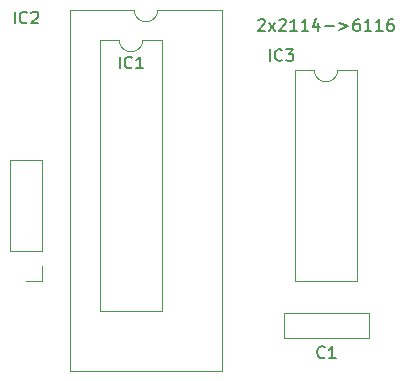
<source format=gbr>
G04 #@! TF.GenerationSoftware,KiCad,Pcbnew,(5.1.4)-1*
G04 #@! TF.CreationDate,2020-10-11T13:25:07+02:00*
G04 #@! TF.ProjectId,ram-adapter,72616d2d-6164-4617-9074-65722e6b6963,rev?*
G04 #@! TF.SameCoordinates,Original*
G04 #@! TF.FileFunction,Legend,Top*
G04 #@! TF.FilePolarity,Positive*
%FSLAX46Y46*%
G04 Gerber Fmt 4.6, Leading zero omitted, Abs format (unit mm)*
G04 Created by KiCad (PCBNEW (5.1.4)-1) date 2020-10-11 13:25:07*
%MOMM*%
%LPD*%
G04 APERTURE LIST*
%ADD10C,0.200000*%
%ADD11C,0.120000*%
%ADD12C,0.150000*%
G04 APERTURE END LIST*
D10*
X116181904Y-54157619D02*
X116229523Y-54110000D01*
X116324761Y-54062380D01*
X116562857Y-54062380D01*
X116658095Y-54110000D01*
X116705714Y-54157619D01*
X116753333Y-54252857D01*
X116753333Y-54348095D01*
X116705714Y-54490952D01*
X116134285Y-55062380D01*
X116753333Y-55062380D01*
X117086666Y-55062380D02*
X117610476Y-54395714D01*
X117086666Y-54395714D02*
X117610476Y-55062380D01*
X117943809Y-54157619D02*
X117991428Y-54110000D01*
X118086666Y-54062380D01*
X118324761Y-54062380D01*
X118420000Y-54110000D01*
X118467619Y-54157619D01*
X118515238Y-54252857D01*
X118515238Y-54348095D01*
X118467619Y-54490952D01*
X117896190Y-55062380D01*
X118515238Y-55062380D01*
X119467619Y-55062380D02*
X118896190Y-55062380D01*
X119181904Y-55062380D02*
X119181904Y-54062380D01*
X119086666Y-54205238D01*
X118991428Y-54300476D01*
X118896190Y-54348095D01*
X120420000Y-55062380D02*
X119848571Y-55062380D01*
X120134285Y-55062380D02*
X120134285Y-54062380D01*
X120039047Y-54205238D01*
X119943809Y-54300476D01*
X119848571Y-54348095D01*
X121277142Y-54395714D02*
X121277142Y-55062380D01*
X121039047Y-54014761D02*
X120800952Y-54729047D01*
X121420000Y-54729047D01*
X121800952Y-54681428D02*
X122562857Y-54681428D01*
X123039047Y-54395714D02*
X123800952Y-54681428D01*
X123039047Y-54967142D01*
X124705714Y-54062380D02*
X124515238Y-54062380D01*
X124420000Y-54110000D01*
X124372380Y-54157619D01*
X124277142Y-54300476D01*
X124229523Y-54490952D01*
X124229523Y-54871904D01*
X124277142Y-54967142D01*
X124324761Y-55014761D01*
X124420000Y-55062380D01*
X124610476Y-55062380D01*
X124705714Y-55014761D01*
X124753333Y-54967142D01*
X124800952Y-54871904D01*
X124800952Y-54633809D01*
X124753333Y-54538571D01*
X124705714Y-54490952D01*
X124610476Y-54443333D01*
X124420000Y-54443333D01*
X124324761Y-54490952D01*
X124277142Y-54538571D01*
X124229523Y-54633809D01*
X125753333Y-55062380D02*
X125181904Y-55062380D01*
X125467619Y-55062380D02*
X125467619Y-54062380D01*
X125372380Y-54205238D01*
X125277142Y-54300476D01*
X125181904Y-54348095D01*
X126705714Y-55062380D02*
X126134285Y-55062380D01*
X126420000Y-55062380D02*
X126420000Y-54062380D01*
X126324761Y-54205238D01*
X126229523Y-54300476D01*
X126134285Y-54348095D01*
X127562857Y-54062380D02*
X127372380Y-54062380D01*
X127277142Y-54110000D01*
X127229523Y-54157619D01*
X127134285Y-54300476D01*
X127086666Y-54490952D01*
X127086666Y-54871904D01*
X127134285Y-54967142D01*
X127181904Y-55014761D01*
X127277142Y-55062380D01*
X127467619Y-55062380D01*
X127562857Y-55014761D01*
X127610476Y-54967142D01*
X127658095Y-54871904D01*
X127658095Y-54633809D01*
X127610476Y-54538571D01*
X127562857Y-54490952D01*
X127467619Y-54443333D01*
X127277142Y-54443333D01*
X127181904Y-54490952D01*
X127134285Y-54538571D01*
X127086666Y-54633809D01*
D11*
X113140000Y-53280000D02*
X107680000Y-53280000D01*
X113140000Y-83880000D02*
X113140000Y-53280000D01*
X100220000Y-83880000D02*
X113140000Y-83880000D01*
X100220000Y-53280000D02*
X100220000Y-83880000D01*
X105680000Y-53280000D02*
X100220000Y-53280000D01*
X107680000Y-53280000D02*
G75*
G02X105680000Y-53280000I-1000000J0D01*
G01*
X118400000Y-81070000D02*
X118400000Y-78950000D01*
X125520000Y-81070000D02*
X125520000Y-78950000D01*
X125520000Y-78950000D02*
X118400000Y-78950000D01*
X125520000Y-81070000D02*
X118400000Y-81070000D01*
X97850000Y-76260000D02*
X96520000Y-76260000D01*
X97850000Y-74930000D02*
X97850000Y-76260000D01*
X97850000Y-73660000D02*
X95190000Y-73660000D01*
X95190000Y-73660000D02*
X95190000Y-65980000D01*
X97850000Y-73660000D02*
X97850000Y-65980000D01*
X97850000Y-65980000D02*
X95190000Y-65980000D01*
X108060000Y-55820000D02*
X106410000Y-55820000D01*
X108060000Y-78800000D02*
X108060000Y-55820000D01*
X102760000Y-78800000D02*
X108060000Y-78800000D01*
X102760000Y-55820000D02*
X102760000Y-78800000D01*
X104410000Y-55820000D02*
X102760000Y-55820000D01*
X106410000Y-55820000D02*
G75*
G02X104410000Y-55820000I-1000000J0D01*
G01*
X124570000Y-58360000D02*
X122920000Y-58360000D01*
X124570000Y-76260000D02*
X124570000Y-58360000D01*
X119270000Y-76260000D02*
X124570000Y-76260000D01*
X119270000Y-58360000D02*
X119270000Y-76260000D01*
X120920000Y-58360000D02*
X119270000Y-58360000D01*
X122920000Y-58360000D02*
G75*
G02X120920000Y-58360000I-1000000J0D01*
G01*
D12*
X95543809Y-54427380D02*
X95543809Y-53427380D01*
X96591428Y-54332142D02*
X96543809Y-54379761D01*
X96400952Y-54427380D01*
X96305714Y-54427380D01*
X96162857Y-54379761D01*
X96067619Y-54284523D01*
X96020000Y-54189285D01*
X95972380Y-53998809D01*
X95972380Y-53855952D01*
X96020000Y-53665476D01*
X96067619Y-53570238D01*
X96162857Y-53475000D01*
X96305714Y-53427380D01*
X96400952Y-53427380D01*
X96543809Y-53475000D01*
X96591428Y-53522619D01*
X96972380Y-53522619D02*
X97020000Y-53475000D01*
X97115238Y-53427380D01*
X97353333Y-53427380D01*
X97448571Y-53475000D01*
X97496190Y-53522619D01*
X97543809Y-53617857D01*
X97543809Y-53713095D01*
X97496190Y-53855952D01*
X96924761Y-54427380D01*
X97543809Y-54427380D01*
X121793333Y-82677142D02*
X121745714Y-82724761D01*
X121602857Y-82772380D01*
X121507619Y-82772380D01*
X121364761Y-82724761D01*
X121269523Y-82629523D01*
X121221904Y-82534285D01*
X121174285Y-82343809D01*
X121174285Y-82200952D01*
X121221904Y-82010476D01*
X121269523Y-81915238D01*
X121364761Y-81820000D01*
X121507619Y-81772380D01*
X121602857Y-81772380D01*
X121745714Y-81820000D01*
X121793333Y-81867619D01*
X122745714Y-82772380D02*
X122174285Y-82772380D01*
X122460000Y-82772380D02*
X122460000Y-81772380D01*
X122364761Y-81915238D01*
X122269523Y-82010476D01*
X122174285Y-82058095D01*
X104433809Y-58237380D02*
X104433809Y-57237380D01*
X105481428Y-58142142D02*
X105433809Y-58189761D01*
X105290952Y-58237380D01*
X105195714Y-58237380D01*
X105052857Y-58189761D01*
X104957619Y-58094523D01*
X104910000Y-57999285D01*
X104862380Y-57808809D01*
X104862380Y-57665952D01*
X104910000Y-57475476D01*
X104957619Y-57380238D01*
X105052857Y-57285000D01*
X105195714Y-57237380D01*
X105290952Y-57237380D01*
X105433809Y-57285000D01*
X105481428Y-57332619D01*
X106433809Y-58237380D02*
X105862380Y-58237380D01*
X106148095Y-58237380D02*
X106148095Y-57237380D01*
X106052857Y-57380238D01*
X105957619Y-57475476D01*
X105862380Y-57523095D01*
X117133809Y-57602380D02*
X117133809Y-56602380D01*
X118181428Y-57507142D02*
X118133809Y-57554761D01*
X117990952Y-57602380D01*
X117895714Y-57602380D01*
X117752857Y-57554761D01*
X117657619Y-57459523D01*
X117610000Y-57364285D01*
X117562380Y-57173809D01*
X117562380Y-57030952D01*
X117610000Y-56840476D01*
X117657619Y-56745238D01*
X117752857Y-56650000D01*
X117895714Y-56602380D01*
X117990952Y-56602380D01*
X118133809Y-56650000D01*
X118181428Y-56697619D01*
X118514761Y-56602380D02*
X119133809Y-56602380D01*
X118800476Y-56983333D01*
X118943333Y-56983333D01*
X119038571Y-57030952D01*
X119086190Y-57078571D01*
X119133809Y-57173809D01*
X119133809Y-57411904D01*
X119086190Y-57507142D01*
X119038571Y-57554761D01*
X118943333Y-57602380D01*
X118657619Y-57602380D01*
X118562380Y-57554761D01*
X118514761Y-57507142D01*
M02*

</source>
